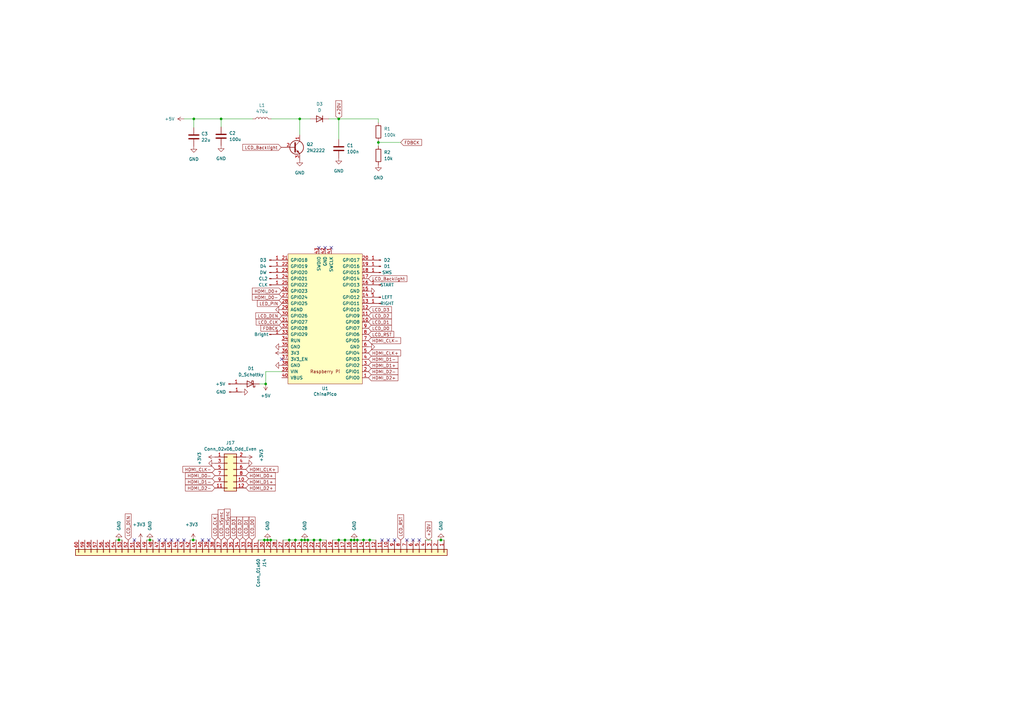
<source format=kicad_sch>
(kicad_sch (version 20231120) (generator "eeschema") (generator_version "8.0")
  (paper "A3")
  (lib_symbols
    (symbol "Connector:Conn_01x01_Pin" (pin_names (offset 1.016) hide)
      (property "Reference" "J" (at 0 2.54 0))
      (property "Value" "Conn_01x01_Pin" (at 0 -2.54 0))
      (symbol "Conn_01x01_Pin_1_1"
        (polyline (pts (xy 1.27 0) (xy 0.8636 0)) (stroke (width 0.1524)))
        (rectangle (start 0.8636 0.127) (end 0 -0.127) (stroke (width 0.1524)) (fill (type outline)))
        (pin passive line (at 5.08 0 180) (length 3.81) (name "Pin_1") (number "1"))
      )
    )
    (symbol "Connector_Generic:Conn_01x60" (pin_names (offset 1.016) hide)
      (property "Reference" "J" (at 0 76.2 0))
      (property "Value" "Conn_01x60" (at 0 -78.74 0))
      (symbol "Conn_01x60_1_1"
        (rectangle (start -1.27 -76.073) (end 0 -76.327) (stroke (width 0.1524)))
        (rectangle (start -1.27 -73.533) (end 0 -73.787) (stroke (width 0.1524)))
        (rectangle (start -1.27 -70.993) (end 0 -71.247) (stroke (width 0.1524)))
        (rectangle (start -1.27 -68.453) (end 0 -68.707) (stroke (width 0.1524)))
        (rectangle (start -1.27 -65.913) (end 0 -66.167) (stroke (width 0.1524)))
        (rectangle (start -1.27 -63.373) (end 0 -63.627) (stroke (width 0.1524)))
        (rectangle (start -1.27 -60.833) (end 0 -61.087) (stroke (width 0.1524)))
        (rectangle (start -1.27 -58.293) (end 0 -58.547) (stroke (width 0.1524)))
        (rectangle (start -1.27 -55.753) (end 0 -56.007) (stroke (width 0.1524)))
        (rectangle (start -1.27 -53.213) (end 0 -53.467) (stroke (width 0.1524)))
        (rectangle (start -1.27 -50.673) (end 0 -50.927) (stroke (width 0.1524)))
        (rectangle (start -1.27 -48.133) (end 0 -48.387) (stroke (width 0.1524)))
        (rectangle (start -1.27 -45.593) (end 0 -45.847) (stroke (width 0.1524)))
        (rectangle (start -1.27 -43.053) (end 0 -43.307) (stroke (width 0.1524)))
        (rectangle (start -1.27 -40.513) (end 0 -40.767) (stroke (width 0.1524)))
        (rectangle (start -1.27 -37.973) (end 0 -38.227) (stroke (width 0.1524)))
        (rectangle (start -1.27 -35.433) (end 0 -35.687) (stroke (width 0.1524)))
        (rectangle (start -1.27 -32.893) (end 0 -33.147) (stroke (width 0.1524)))
        (rectangle (start -1.27 -30.353) (end 0 -30.607) (stroke (width 0.1524)))
        (rectangle (start -1.27 -27.813) (end 0 -28.067) (stroke (width 0.1524)))
        (rectangle (start -1.27 -25.273) (end 0 -25.527) (stroke (width 0.1524)))
        (rectangle (start -1.27 -22.733) (end 0 -22.987) (stroke (width 0.1524)))
        (rectangle (start -1.27 -20.193) (end 0 -20.447) (stroke (width 0.1524)))
        (rectangle (start -1.27 -17.653) (end 0 -17.907) (stroke (width 0.1524)))
        (rectangle (start -1.27 -15.113) (end 0 -15.367) (stroke (width 0.1524)))
        (rectangle (start -1.27 -12.573) (end 0 -12.827) (stroke (width 0.1524)))
        (rectangle (start -1.27 -10.033) (end 0 -10.287) (stroke (width 0.1524)))
        (rectangle (start -1.27 -7.493) (end 0 -7.747) (stroke (width 0.1524)))
        (rectangle (start -1.27 -4.953) (end 0 -5.207) (stroke (width 0.1524)))
        (rectangle (start -1.27 -2.413) (end 0 -2.667) (stroke (width 0.1524)))
        (rectangle (start -1.27 0.127) (end 0 -0.127) (stroke (width 0.1524)))
        (rectangle (start -1.27 2.667) (end 0 2.413) (stroke (width 0.1524)))
        (rectangle (start -1.27 5.207) (end 0 4.953) (stroke (width 0.1524)))
        (rectangle (start -1.27 7.747) (end 0 7.493) (stroke (width 0.1524)))
        (rectangle (start -1.27 10.287) (end 0 10.033) (stroke (width 0.1524)))
        (rectangle (start -1.27 12.827) (end 0 12.573) (stroke (width 0.1524)))
        (rectangle (start -1.27 15.367) (end 0 15.113) (stroke (width 0.1524)))
        (rectangle (start -1.27 17.907) (end 0 17.653) (stroke (width 0.1524)))
        (rectangle (start -1.27 20.447) (end 0 20.193) (stroke (width 0.1524)))
        (rectangle (start -1.27 22.987) (end 0 22.733) (stroke (width 0.1524)))
        (rectangle (start -1.27 25.527) (end 0 25.273) (stroke (width 0.1524)))
        (rectangle (start -1.27 28.067) (end 0 27.813) (stroke (width 0.1524)))
        (rectangle (start -1.27 30.607) (end 0 30.353) (stroke (width 0.1524)))
        (rectangle (start -1.27 33.147) (end 0 32.893) (stroke (width 0.1524)))
        (rectangle (start -1.27 35.687) (end 0 35.433) (stroke (width 0.1524)))
        (rectangle (start -1.27 38.227) (end 0 37.973) (stroke (width 0.1524)))
        (rectangle (start -1.27 40.767) (end 0 40.513) (stroke (width 0.1524)))
        (rectangle (start -1.27 43.307) (end 0 43.053) (stroke (width 0.1524)))
        (rectangle (start -1.27 45.847) (end 0 45.593) (stroke (width 0.1524)))
        (rectangle (start -1.27 48.387) (end 0 48.133) (stroke (width 0.1524)))
        (rectangle (start -1.27 50.927) (end 0 50.673) (stroke (width 0.1524)))
        (rectangle (start -1.27 53.467) (end 0 53.213) (stroke (width 0.1524)))
        (rectangle (start -1.27 56.007) (end 0 55.753) (stroke (width 0.1524)))
        (rectangle (start -1.27 58.547) (end 0 58.293) (stroke (width 0.1524)))
        (rectangle (start -1.27 61.087) (end 0 60.833) (stroke (width 0.1524)))
        (rectangle (start -1.27 63.627) (end 0 63.373) (stroke (width 0.1524)))
        (rectangle (start -1.27 66.167) (end 0 65.913) (stroke (width 0.1524)))
        (rectangle (start -1.27 68.707) (end 0 68.453) (stroke (width 0.1524)))
        (rectangle (start -1.27 71.247) (end 0 70.993) (stroke (width 0.1524)))
        (rectangle (start -1.27 73.787) (end 0 73.533) (stroke (width 0.1524)))
        (rectangle (start -1.27 74.93) (end 1.27 -77.47) (stroke (width 0.254)) (fill (type background)))
        (pin passive line (at -5.08 73.66 0) (length 3.81) (name "Pin_1") (number "1"))
        (pin passive line (at -5.08 50.8 0) (length 3.81) (name "Pin_10") (number "10"))
        (pin passive line (at -5.08 48.26 0) (length 3.81) (name "Pin_11") (number "11"))
        (pin passive line (at -5.08 45.72 0) (length 3.81) (name "Pin_12") (number "12"))
        (pin passive line (at -5.08 43.18 0) (length 3.81) (name "Pin_13") (number "13"))
        (pin passive line (at -5.08 40.64 0) (length 3.81) (name "Pin_14") (number "14"))
        (pin passive line (at -5.08 38.1 0) (length 3.81) (name "Pin_15") (number "15"))
        (pin passive line (at -5.08 35.56 0) (length 3.81) (name "Pin_16") (number "16"))
        (pin passive line (at -5.08 33.02 0) (length 3.81) (name "Pin_17") (number "17"))
        (pin passive line (at -5.08 30.48 0) (length 3.81) (name "Pin_18") (number "18"))
        (pin passive line (at -5.08 27.94 0) (length 3.81) (name "Pin_19") (number "19"))
        (pin passive line (at -5.08 71.12 0) (length 3.81) (name "Pin_2") (number "2"))
        (pin passive line (at -5.08 25.4 0) (length 3.81) (name "Pin_20") (number "20"))
        (pin passive line (at -5.08 22.86 0) (length 3.81) (name "Pin_21") (number "21"))
        (pin passive line (at -5.08 20.32 0) (length 3.81) (name "Pin_22") (number "22"))
        (pin passive line (at -5.08 17.78 0) (length 3.81) (name "Pin_23") (number "23"))
        (pin passive line (at -5.08 15.24 0) (length 3.81) (name "Pin_24") (number "24"))
        (pin passive line (at -5.08 12.7 0) (length 3.81) (name "Pin_25") (number "25"))
        (pin passive line (at -5.08 10.16 0) (length 3.81) (name "Pin_26") (number "26"))
        (pin passive line (at -5.08 7.62 0) (length 3.81) (name "Pin_27") (number "27"))
        (pin passive line (at -5.08 5.08 0) (length 3.81) (name "Pin_28") (number "28"))
        (pin passive line (at -5.08 2.54 0) (length 3.81) (name "Pin_29") (number "29"))
        (pin passive line (at -5.08 68.58 0) (length 3.81) (name "Pin_3") (number "3"))
        (pin passive line (at -5.08 0 0) (length 3.81) (name "Pin_30") (number "30"))
        (pin passive line (at -5.08 -2.54 0) (length 3.81) (name "Pin_31") (number "31"))
        (pin passive line (at -5.08 -5.08 0) (length 3.81) (name "Pin_32") (number "32"))
        (pin passive line (at -5.08 -7.62 0) (length 3.81) (name "Pin_33") (number "33"))
        (pin passive line (at -5.08 -10.16 0) (length 3.81) (name "Pin_34") (number "34"))
        (pin passive line (at -5.08 -12.7 0) (length 3.81) (name "Pin_35") (number "35"))
        (pin passive line (at -5.08 -15.24 0) (length 3.81) (name "Pin_36") (number "36"))
        (pin passive line (at -5.08 -17.78 0) (length 3.81) (name "Pin_37") (number "37"))
        (pin passive line (at -5.08 -20.32 0) (length 3.81) (name "Pin_38") (number "38"))
        (pin passive line (at -5.08 -22.86 0) (length 3.81) (name "Pin_39") (number "39"))
        (pin passive line (at -5.08 66.04 0) (length 3.81) (name "Pin_4") (number "4"))
        (pin passive line (at -5.08 -25.4 0) (length 3.81) (name "Pin_40") (number "40"))
        (pin passive line (at -5.08 -27.94 0) (length 3.81) (name "Pin_41") (number "41"))
        (pin passive line (at -5.08 -30.48 0) (length 3.81) (name "Pin_42") (number "42"))
        (pin passive line (at -5.08 -33.02 0) (length 3.81) (name "Pin_43") (number "43"))
        (pin passive line (at -5.08 -35.56 0) (length 3.81) (name "Pin_44") (number "44"))
        (pin passive line (at -5.08 -38.1 0) (length 3.81) (name "Pin_45") (number "45"))
        (pin passive line (at -5.08 -40.64 0) (length 3.81) (name "Pin_46") (number "46"))
        (pin passive line (at -5.08 -43.18 0) (length 3.81) (name "Pin_47") (number "47"))
        (pin passive line (at -5.08 -45.72 0) (length 3.81) (name "Pin_48") (number "48"))
        (pin passive line (at -5.08 -48.26 0) (length 3.81) (name "Pin_49") (number "49"))
        (pin passive line (at -5.08 63.5 0) (length 3.81) (name "Pin_5") (number "5"))
        (pin passive line (at -5.08 -50.8 0) (length 3.81) (name "Pin_50") (number "50"))
        (pin passive line (at -5.08 -53.34 0) (length 3.81) (name "Pin_51") (number "51"))
        (pin passive line (at -5.08 -55.88 0) (length 3.81) (name "Pin_52") (number "52"))
        (pin passive line (at -5.08 -58.42 0) (length 3.81) (name "Pin_53") (number "53"))
        (pin passive line (at -5.08 -60.96 0) (length 3.81) (name "Pin_54") (number "54"))
        (pin passive line (at -5.08 -63.5 0) (length 3.81) (name "Pin_55") (number "55"))
        (pin passive line (at -5.08 -66.04 0) (length 3.81) (name "Pin_56") (number "56"))
        (pin passive line (at -5.08 -68.58 0) (length 3.81) (name "Pin_57") (number "57"))
        (pin passive line (at -5.08 -71.12 0) (length 3.81) (name "Pin_58") (number "58"))
        (pin passive line (at -5.08 -73.66 0) (length 3.81) (name "Pin_59") (number "59"))
        (pin passive line (at -5.08 60.96 0) (length 3.81) (name "Pin_6") (number "6"))
        (pin passive line (at -5.08 -76.2 0) (length 3.81) (name "Pin_60") (number "60"))
        (pin passive line (at -5.08 58.42 0) (length 3.81) (name "Pin_7") (number "7"))
        (pin passive line (at -5.08 55.88 0) (length 3.81) (name "Pin_8") (number "8"))
        (pin passive line (at -5.08 53.34 0) (length 3.81) (name "Pin_9") (number "9"))
      )
    )
    (symbol "Connector_Generic:Conn_02x06_Odd_Even" (pin_names (offset 1.016) hide)
      (property "Reference" "J" (at 1.27 7.62 0))
      (property "Value" "Conn_02x06_Odd_Even" (at 1.27 -10.16 0))
      (symbol "Conn_02x06_Odd_Even_1_1"
        (rectangle (start -1.27 -7.493) (end 0 -7.747) (stroke (width 0.1524)))
        (rectangle (start -1.27 -4.953) (end 0 -5.207) (stroke (width 0.1524)))
        (rectangle (start -1.27 -2.413) (end 0 -2.667) (stroke (width 0.1524)))
        (rectangle (start -1.27 0.127) (end 0 -0.127) (stroke (width 0.1524)))
        (rectangle (start -1.27 2.667) (end 0 2.413) (stroke (width 0.1524)))
        (rectangle (start -1.27 5.207) (end 0 4.953) (stroke (width 0.1524)))
        (rectangle (start -1.27 6.35) (end 3.81 -8.89) (stroke (width 0.254)) (fill (type background)))
        (rectangle (start 3.81 -7.493) (end 2.54 -7.747) (stroke (width 0.1524)))
        (rectangle (start 3.81 -4.953) (end 2.54 -5.207) (stroke (width 0.1524)))
        (rectangle (start 3.81 -2.413) (end 2.54 -2.667) (stroke (width 0.1524)))
        (rectangle (start 3.81 0.127) (end 2.54 -0.127) (stroke (width 0.1524)))
        (rectangle (start 3.81 2.667) (end 2.54 2.413) (stroke (width 0.1524)))
        (rectangle (start 3.81 5.207) (end 2.54 4.953) (stroke (width 0.1524)))
        (pin passive line (at -5.08 5.08 0) (length 3.81) (name "Pin_1") (number "1"))
        (pin passive line (at 7.62 -5.08 180) (length 3.81) (name "Pin_10") (number "10"))
        (pin passive line (at -5.08 -7.62 0) (length 3.81) (name "Pin_11") (number "11"))
        (pin passive line (at 7.62 -7.62 180) (length 3.81) (name "Pin_12") (number "12"))
        (pin passive line (at 7.62 5.08 180) (length 3.81) (name "Pin_2") (number "2"))
        (pin passive line (at -5.08 2.54 0) (length 3.81) (name "Pin_3") (number "3"))
        (pin passive line (at 7.62 2.54 180) (length 3.81) (name "Pin_4") (number "4"))
        (pin passive line (at -5.08 0 0) (length 3.81) (name "Pin_5") (number "5"))
        (pin passive line (at 7.62 0 180) (length 3.81) (name "Pin_6") (number "6"))
        (pin passive line (at -5.08 -2.54 0) (length 3.81) (name "Pin_7") (number "7"))
        (pin passive line (at 7.62 -2.54 180) (length 3.81) (name "Pin_8") (number "8"))
        (pin passive line (at -5.08 -5.08 0) (length 3.81) (name "Pin_9") (number "9"))
      )
    )
    (symbol "Device:C" (pin_numbers hide) (pin_names (offset 0.254))
      (property "Reference" "C" (at 0.635 2.54 0))
      (property "Value" "C" (at 0.635 -2.54 0))
      (symbol "C_0_1"
        (polyline (pts (xy -2.032 -0.762) (xy 2.032 -0.762)) (stroke (width 0.508)))
        (polyline (pts (xy -2.032 0.762) (xy 2.032 0.762)) (stroke (width 0.508)))
      )
      (symbol "C_1_1"
        (pin passive line (at 0 3.81 270) (length 2.794) (name "~") (number "1"))
        (pin passive line (at 0 -3.81 90) (length 2.794) (name "~") (number "2"))
      )
    )
    (symbol "Device:D" (pin_numbers hide) (pin_names (offset 1.016) hide)
      (property "Reference" "D" (at 0 2.54 0))
      (property "Value" "D" (at 0 -2.54 0))
      (symbol "D_0_1"
        (polyline (pts (xy -1.27 1.27) (xy -1.27 -1.27)) (stroke (width 0.254)))
        (polyline (pts (xy 1.27 0) (xy -1.27 0)))
        (polyline (pts (xy 1.27 1.27) (xy 1.27 -1.27) (xy -1.27 0) (xy 1.27 1.27)) (stroke (width 0.254)))
      )
      (symbol "D_1_1"
        (pin passive line (at -3.81 0 0) (length 2.54) (name "K") (number "1"))
        (pin passive line (at 3.81 0 180) (length 2.54) (name "A") (number "2"))
      )
    )
    (symbol "Device:D_Schottky" (pin_numbers hide) (pin_names (offset 1.016) hide)
      (property "Reference" "D" (at 0 2.54 0))
      (property "Value" "D_Schottky" (at 0 -2.54 0))
      (symbol "D_Schottky_0_1"
        (polyline (pts (xy 1.27 0) (xy -1.27 0)))
        (polyline (pts (xy 1.27 1.27) (xy 1.27 -1.27) (xy -1.27 0) (xy 1.27 1.27)) (stroke (width 0.254)))
        (polyline (pts (xy -1.905 0.635) (xy -1.905 1.27) (xy -1.27 1.27) (xy -1.27 -1.27) (xy -0.635 -1.27) (xy -0.635 -0.635)) (stroke (width 0.254)))
      )
      (symbol "D_Schottky_1_1"
        (pin passive line (at -3.81 0 0) (length 2.54) (name "K") (number "1"))
        (pin passive line (at 3.81 0 180) (length 2.54) (name "A") (number "2"))
      )
    )
    (symbol "Device:L" (pin_numbers hide) (pin_names (offset 1.016) hide)
      (property "Reference" "L" (at -1.27 0 90))
      (property "Value" "L" (at 1.905 0 90))
      (symbol "L_0_1"
        (arc (start 0 -2.54) (mid 0.6323 -1.905) (end 0 -1.27))
        (arc (start 0 -1.27) (mid 0.6323 -0.635) (end 0 0))
        (arc (start 0 0) (mid 0.6323 0.635) (end 0 1.27))
        (arc (start 0 1.27) (mid 0.6323 1.905) (end 0 2.54))
      )
      (symbol "L_1_1"
        (pin passive line (at 0 3.81 270) (length 1.27) (name "1") (number "1"))
        (pin passive line (at 0 -3.81 90) (length 1.27) (name "2") (number "2"))
      )
    )
    (symbol "Device:Q_NPN_CBE" (pin_names (offset 0) hide)
      (property "Reference" "Q" (at 5.08 1.27 0))
      (property "Value" "Q_NPN_CBE" (at 5.08 -1.27 0))
      (symbol "Q_NPN_CBE_0_1"
        (polyline (pts (xy 0.635 0.635) (xy 2.54 2.54)))
        (polyline (pts (xy 0.635 -0.635) (xy 2.54 -2.54) (xy 2.54 -2.54)))
        (polyline (pts (xy 0.635 1.905) (xy 0.635 -1.905) (xy 0.635 -1.905)) (stroke (width 0.508)))
        (polyline (pts (xy 1.27 -1.778) (xy 1.778 -1.27) (xy 2.286 -2.286) (xy 1.27 -1.778) (xy 1.27 -1.778)) (fill (type outline)))
        (circle (center 1.27 0) (radius 2.8194) (stroke (width 0.254)))
      )
      (symbol "Q_NPN_CBE_1_1"
        (pin passive line (at 2.54 5.08 270) (length 2.54) (name "C") (number "1"))
        (pin input line (at -5.08 0 0) (length 5.715) (name "B") (number "2"))
        (pin passive line (at 2.54 -5.08 90) (length 2.54) (name "E") (number "3"))
      )
    )
    (symbol "Device:R" (pin_numbers hide) (pin_names (offset 0))
      (property "Reference" "R" (at 2.032 0 90))
      (property "Value" "R" (at 0 0 90))
      (symbol "R_0_1"
        (rectangle (start -1.016 -2.54) (end 1.016 2.54) (stroke (width 0.254)))
      )
      (symbol "R_1_1"
        (pin passive line (at 0 3.81 270) (length 1.27) (name "~") (number "1"))
        (pin passive line (at 0 -3.81 90) (length 1.27) (name "~") (number "2"))
      )
    )
    (symbol "GND_2" (power) (pin_names (offset 0))
      (property "Value" "GND_2" (at 0 -3.81 0))
      (symbol "GND_2_0_1"
        (polyline (pts (xy 0 0) (xy 0 -1.27) (xy 1.27 -1.27) (xy 0 -2.54) (xy -1.27 -1.27) (xy 0 -1.27)))
      )
      (symbol "GND_2_1_1"
        (pin power_in line (at 0 0 270) (length 0) hide (name "GND") (number "1"))
      )
    )
    (symbol "MCU_RaspberryPi_and_Boards:ChinaPico" (pin_names (offset 1.016))
      (property "Reference" "U" (at 12.7 33.02 0))
      (property "Value" "MCU_RaspberryPi_and_Boards_ChinaPico" (at -10.16 33.02 0))
      (symbol "ChinaPico_1_1"
        (rectangle (start -15.24 29.21) (end 15.24 -24.13) (fill (type background)))
        (text "Raspberry Pi" (at 0 24.13 0) (effects (font (size 1.27 1.27))))
        (pin bidirectional line (at -17.78 26.67 0) (length 2.54) (name "GPIO0") (number "1"))
        (pin bidirectional line (at -17.78 3.81 0) (length 2.54) (name "GPIO8") (number "10"))
        (pin bidirectional line (at -17.78 1.27 0) (length 2.54) (name "GPIO9") (number "11"))
        (pin bidirectional line (at -17.78 -1.27 0) (length 2.54) (name "GPIO10") (number "12"))
        (pin bidirectional line (at -17.78 -3.81 0) (length 2.54) (name "GPIO11") (number "13"))
        (pin bidirectional line (at -17.78 -6.35 0) (length 2.54) (name "GPIO12") (number "14"))
        (pin power_in line (at -17.78 -8.89 0) (length 2.54) (name "GND") (number "15"))
        (pin bidirectional line (at -17.78 -11.43 0) (length 2.54) (name "GPIO13") (number "16"))
        (pin bidirectional line (at -17.78 -13.97 0) (length 2.54) (name "GPIO14") (number "17"))
        (pin bidirectional line (at -17.78 -16.51 0) (length 2.54) (name "GPIO15") (number "18"))
        (pin bidirectional line (at -17.78 -19.05 0) (length 2.54) (name "GPIO16") (number "19"))
        (pin bidirectional line (at -17.78 24.13 0) (length 2.54) (name "GPIO1") (number "2"))
        (pin bidirectional line (at -17.78 -21.59 0) (length 2.54) (name "GPIO17") (number "20"))
        (pin bidirectional line (at 17.78 -21.59 180) (length 2.54) (name "GPIO18") (number "21"))
        (pin bidirectional line (at 17.78 -19.05 180) (length 2.54) (name "GPIO19") (number "22"))
        (pin bidirectional line (at 17.78 -16.51 180) (length 2.54) (name "GPIO20") (number "23"))
        (pin bidirectional line (at 17.78 -13.97 180) (length 2.54) (name "GPIO21") (number "24"))
        (pin bidirectional line (at 17.78 -11.43 180) (length 2.54) (name "GPIO22") (number "25"))
        (pin bidirectional line (at 17.78 -8.89 180) (length 2.54) (name "GPIO23") (number "26"))
        (pin bidirectional line (at 17.78 -6.35 180) (length 2.54) (name "GPIO24") (number "27"))
        (pin bidirectional line (at 17.78 -3.81 180) (length 2.54) (name "GPIO25") (number "28"))
        (pin power_in line (at 17.78 -1.27 180) (length 2.54) (name "AGND") (number "29"))
        (pin bidirectional line (at -17.78 21.59 0) (length 2.54) (name "GPIO2") (number "3"))
        (pin bidirectional line (at 17.78 1.27 180) (length 2.54) (name "GPIO26") (number "30"))
        (pin bidirectional line (at 17.78 3.81 180) (length 2.54) (name "GPIO27") (number "31"))
        (pin bidirectional line (at 17.78 6.35 180) (length 2.54) (name "GPIO28") (number "32"))
        (pin bidirectional line (at 17.78 8.89 180) (length 2.54) (name "GPIO29") (number "33"))
        (pin input line (at 17.78 11.43 180) (length 2.54) (name "RUN") (number "34"))
        (pin power_in line (at 17.78 13.97 180) (length 2.54) (name "GND") (number "35"))
        (pin unspecified line (at 17.78 16.51 180) (length 2.54) (name "3V3") (number "36"))
        (pin input line (at 17.78 19.05 180) (length 2.54) (name "3V3_EN") (number "37"))
        (pin power_in line (at 17.78 21.59 180) (length 2.54) (name "GND") (number "38"))
        (pin power_in line (at 17.78 24.13 180) (length 2.54) (name "VIN") (number "39"))
        (pin bidirectional line (at -17.78 19.05 0) (length 2.54) (name "GPIO3") (number "4"))
        (pin unspecified line (at 17.78 26.67 180) (length 2.54) (name "VBUS") (number "40"))
        (pin input line (at -2.54 -26.67 90) (length 2.54) (name "SWCLK") (number "41"))
        (pin power_in line (at 0 -26.67 90) (length 2.54) (name "GND") (number "42"))
        (pin bidirectional line (at 2.54 -26.67 90) (length 2.54) (name "SWDIO") (number "43"))
        (pin bidirectional line (at -17.78 16.51 0) (length 2.54) (name "GPIO4") (number "5"))
        (pin power_in line (at -17.78 13.97 0) (length 2.54) (name "GND") (number "6"))
        (pin bidirectional line (at -17.78 11.43 0) (length 2.54) (name "GPIO5") (number "7"))
        (pin bidirectional line (at -17.78 8.89 0) (length 2.54) (name "GPIO6") (number "8"))
        (pin bidirectional line (at -17.78 6.35 0) (length 2.54) (name "GPIO7") (number "9"))
      )
    )
    (symbol "power:+3.3V" (power) (pin_names (offset 0))
      (property "Value" "+3.3V" (at 0 3.556 0))
      (symbol "+3.3V_0_1"
        (polyline (pts (xy -0.762 1.27) (xy 0 2.54)))
        (polyline (pts (xy 0 0) (xy 0 2.54)))
        (polyline (pts (xy 0 2.54) (xy 0.762 1.27)))
      )
      (symbol "+3.3V_1_1"
        (pin power_in line (at 0 0 90) (length 0) hide (name "+3V3") (number "1"))
      )
    )
    (symbol "power:+5V" (power) (pin_names (offset 0))
      (property "Value" "+5V" (at 0 3.556 0))
      (symbol "+5V_0_1"
        (polyline (pts (xy -0.762 1.27) (xy 0 2.54)))
        (polyline (pts (xy 0 0) (xy 0 2.54)))
        (polyline (pts (xy 0 2.54) (xy 0.762 1.27)))
      )
      (symbol "+5V_1_1"
        (pin power_in line (at 0 0 90) (length 0) hide (name "+5V") (number "1"))
      )
    )
    (symbol "power:GND" (power) (pin_names (offset 0))
      (property "Value" "GND" (at 0 -3.81 0))
      (symbol "GND_0_1"
        (polyline (pts (xy 0 0) (xy 0 -1.27) (xy 1.27 -1.27) (xy 0 -2.54) (xy -1.27 -1.27) (xy 0 -1.27)))
      )
      (symbol "GND_1_1"
        (pin power_in line (at 0 0 270) (length 0) hide (name "GND") (number "1"))
      )
    )
  )
  (junction (at 109.728 221.488))
  (junction (at 146.558 221.488))
  (junction (at 61.468 221.488))
  (junction (at 90.678 48.768))
  (junction (at 121.158 221.488))
  (junction (at 149.098 221.488))
  (junction (at 145.288 221.488))
  (junction (at 122.936 48.768))
  (junction (at 79.502 48.768))
  (junction (at 126.238 221.488))
  (junction (at 79.248 221.488))
  (junction (at 108.966 157.48))
  (junction (at 128.778 221.488))
  (junction (at 131.318 221.488))
  (junction (at 108.458 221.488))
  (junction (at 110.998 221.488))
  (junction (at 138.938 48.768))
  (junction (at 151.638 221.488))
  (junction (at 118.618 221.488))
  (junction (at 144.018 221.488))
  (junction (at 124.968 221.488))
  (junction (at 48.768 221.488))
  (junction (at 141.478 221.488))
  (junction (at 123.698 221.488))
  (junction (at 155.194 58.42))
  (junction (at 180.848 221.488))
  (junction (at 138.938 221.488))
  (no_connect (at 169.418 221.488))
  (no_connect (at 161.798 221.488))
  (no_connect (at 65.278 221.488))
  (no_connect (at 135.89 101.6))
  (no_connect (at 166.878 221.488))
  (no_connect (at 75.438 221.488))
  (no_connect (at 70.358 221.488))
  (no_connect (at 72.898 221.488))
  (no_connect (at 83.058 221.488))
  (no_connect (at 156.718 221.488))
  (no_connect (at 130.81 101.6))
  (no_connect (at 133.35 101.6))
  (no_connect (at 55.118 221.488))
  (no_connect (at 159.258 221.488))
  (no_connect (at 171.958 221.488))
  (no_connect (at 67.818 221.488))
  (no_connect (at 85.598 221.488))
  (no_connect (at 115.57 147.32))
  (wire (pts (xy 149.098 221.488) (xy 146.558 221.488)))
  (wire (pts (xy 108.458 221.488) (xy 105.918 221.488)))
  (wire (pts (xy 138.938 221.488) (xy 136.398 221.488)))
  (wire (pts (xy 151.638 221.488) (xy 149.098 221.488)))
  (wire (pts (xy 118.618 221.488) (xy 116.078 221.488)))
  (wire (pts (xy 110.998 221.488) (xy 109.728 221.488)))
  (wire (pts (xy 155.194 48.768) (xy 138.938 48.768)))
  (wire (pts (xy 108.966 157.48) (xy 108.966 152.4)))
  (wire (pts (xy 108.966 152.4) (xy 115.57 152.4)))
  (wire (pts (xy 79.502 48.768) (xy 79.502 52.324)))
  (wire (pts (xy 123.698 221.488) (xy 121.158 221.488)))
  (wire (pts (xy 128.778 221.488) (xy 126.238 221.488)))
  (wire (pts (xy 61.468 221.488) (xy 60.198 221.488)))
  (wire (pts (xy 50.038 221.488) (xy 48.768 221.488)))
  (wire (pts (xy 75.438 48.768) (xy 79.502 48.768)))
  (wire (pts (xy 154.178 221.488) (xy 151.638 221.488)))
  (wire (pts (xy 122.936 48.768) (xy 127.254 48.768)))
  (wire (pts (xy 180.848 221.488) (xy 179.578 221.488)))
  (wire (pts (xy 126.238 221.488) (xy 124.968 221.488)))
  (wire (pts (xy 131.318 221.488) (xy 128.778 221.488)))
  (wire (pts (xy 177.038 221.488) (xy 174.498 221.488)))
  (wire (pts (xy 138.938 48.768) (xy 138.938 57.15)))
  (wire (pts (xy 90.678 48.768) (xy 103.632 48.768)))
  (wire (pts (xy 122.936 48.768) (xy 122.936 55.372)))
  (wire (pts (xy 113.538 221.488) (xy 110.998 221.488)))
  (wire (pts (xy 79.502 48.768) (xy 90.678 48.768)))
  (wire (pts (xy 62.738 221.488) (xy 61.468 221.488)))
  (wire (pts (xy 124.968 221.488) (xy 123.698 221.488)))
  (wire (pts (xy 145.288 221.488) (xy 144.018 221.488)))
  (wire (pts (xy 109.728 221.488) (xy 108.458 221.488)))
  (wire (pts (xy 111.252 48.768) (xy 122.936 48.768)))
  (wire (pts (xy 134.874 48.768) (xy 138.938 48.768)))
  (wire (pts (xy 90.678 52.07) (xy 90.678 48.768)))
  (wire (pts (xy 155.194 57.912) (xy 155.194 58.42)))
  (wire (pts (xy 155.194 58.42) (xy 164.338 58.42)))
  (wire (pts (xy 146.558 221.488) (xy 145.288 221.488)))
  (wire (pts (xy 155.194 50.292) (xy 155.194 48.768)))
  (wire (pts (xy 144.018 221.488) (xy 141.478 221.488)))
  (wire (pts (xy 121.158 221.488) (xy 118.618 221.488)))
  (wire (pts (xy 155.194 58.42) (xy 155.194 59.944)))
  (wire (pts (xy 80.518 221.488) (xy 79.248 221.488)))
  (wire (pts (xy 79.248 221.488) (xy 77.978 221.488)))
  (wire (pts (xy 182.118 221.488) (xy 180.848 221.488)))
  (wire (pts (xy 133.858 221.488) (xy 131.318 221.488)))
  (wire (pts (xy 141.478 221.488) (xy 138.938 221.488)))
  (wire (pts (xy 48.768 221.488) (xy 47.498 221.488)))
  (wire (pts (xy 106.426 157.48) (xy 108.966 157.48)))
  (global_label "HDMI_D1+" (shape input) (at 151.13 149.86 0) (property "Intersheetrefs" "${INTERSHEET_REFS}" (effects (hide yes))))
  (global_label "HDMI_D0+" (shape input) (at 115.57 119.38 180) (property "Intersheetrefs" "${INTERSHEET_REFS}" (effects (hide yes))))
  (global_label "LCD_D2" (shape input) (at 151.13 129.54 0) (property "Intersheetrefs" "${INTERSHEET_REFS}" (effects (hide yes))))
  (global_label "LCD_DEN" (shape input) (at 115.57 129.54 180) (property "Intersheetrefs" "${INTERSHEET_REFS}" (effects (hide yes))))
  (global_label "LCD_D0" (shape input) (at 151.13 134.62 0) (property "Intersheetrefs" "${INTERSHEET_REFS}" (effects (hide yes))))
  (global_label "HDMI_D2-" (shape input) (at 151.13 152.4 0) (property "Intersheetrefs" "${INTERSHEET_REFS}" (effects (hide yes))))
  (global_label "HDMI_CLK+" (shape input) (at 100.838 192.532 0) (property "Intersheetrefs" "${INTERSHEET_REFS}" (effects (hide yes))))
  (global_label "LCD_D2" (shape input) (at 98.298 221.488 90) (property "Intersheetrefs" "${INTERSHEET_REFS}" (effects (hide yes))))
  (global_label "HDMI_D2-" (shape input) (at 88.138 200.152 180) (property "Intersheetrefs" "${INTERSHEET_REFS}" (effects (hide yes))))
  (global_label "LCD_Backlight" (shape input) (at 151.13 114.3 0) (property "Intersheetrefs" "${INTERSHEET_REFS}" (effects (hide yes))))
  (global_label "LCD_D3" (shape input) (at 95.758 221.488 90) (property "Intersheetrefs" "${INTERSHEET_REFS}" (effects (hide yes))))
  (global_label "FDBCK" (shape input) (at 115.57 134.62 180) (property "Intersheetrefs" "${INTERSHEET_REFS}" (effects (hide yes))))
  (global_label "HDMI_D2+" (shape input) (at 151.13 154.94 0) (property "Intersheetrefs" "${INTERSHEET_REFS}" (effects (hide yes))))
  (global_label "LCD_DEN" (shape input) (at 52.578 221.488 90) (property "Intersheetrefs" "${INTERSHEET_REFS}" (effects (hide yes))))
  (global_label "LCD_D0" (shape input) (at 103.378 221.488 90) (property "Intersheetrefs" "${INTERSHEET_REFS}" (effects (hide yes))))
  (global_label "HDMI_CLK-" (shape input) (at 151.13 139.7 0) (property "Intersheetrefs" "${INTERSHEET_REFS}" (effects (hide yes))))
  (global_label "HDMI_D0-" (shape input) (at 88.138 195.072 180) (property "Intersheetrefs" "${INTERSHEET_REFS}" (effects (hide yes))))
  (global_label "LCD_D1" (shape input) (at 151.13 132.08 0) (property "Intersheetrefs" "${INTERSHEET_REFS}" (effects (hide yes))))
  (global_label "LCD_D3" (shape input) (at 151.13 127 0) (property "Intersheetrefs" "${INTERSHEET_REFS}" (effects (hide yes))))
  (global_label "LCD_RST" (shape input) (at 151.13 137.16 0) (property "Intersheetrefs" "${INTERSHEET_REFS}" (effects (hide yes))))
  (global_label "LED_PIN" (shape input) (at 115.57 124.46 180) (property "Intersheetrefs" "${INTERSHEET_REFS}" (effects (hide yes))))
  (global_label "LCD_CLK" (shape input) (at 115.57 132.08 180) (property "Intersheetrefs" "${INTERSHEET_REFS}" (effects (hide yes))))
  (global_label "LCD_D1" (shape input) (at 100.838 221.488 90) (property "Intersheetrefs" "${INTERSHEET_REFS}" (effects (hide yes))))
  (global_label "HDMI_D2+" (shape input) (at 100.838 200.152 0) (property "Intersheetrefs" "${INTERSHEET_REFS}" (effects (hide yes))))
  (global_label "HDMI_D1-" (shape input) (at 151.13 147.32 0) (property "Intersheetrefs" "${INTERSHEET_REFS}" (effects (hide yes))))
  (global_label "HDMI_D0-" (shape input) (at 115.57 121.92 180) (property "Intersheetrefs" "${INTERSHEET_REFS}" (effects (hide yes))))
  (global_label "HDMI_D1-" (shape input) (at 88.138 197.612 180) (property "Intersheetrefs" "${INTERSHEET_REFS}" (effects (hide yes))))
  (global_label "LCD_CLK" (shape input) (at 88.138 221.488 90) (property "Intersheetrefs" "${INTERSHEET_REFS}" (effects (hide yes))))
  (global_label "FDBCK" (shape input) (at 164.338 58.42 0) (property "Intersheetrefs" "${INTERSHEET_REFS}" (effects (hide yes))))
  (global_label "HDMI_CLK-" (shape input) (at 88.138 192.532 180) (property "Intersheetrefs" "${INTERSHEET_REFS}" (effects (hide yes))))
  (global_label "LCD_HSync" (shape input) (at 93.218 221.488 90) (property "Intersheetrefs" "${INTERSHEET_REFS}" (effects (hide yes))))
  (global_label "LCD_RST" (shape input) (at 164.338 221.488 90) (property "Intersheetrefs" "${INTERSHEET_REFS}" (effects (hide yes))))
  (global_label "LCD_VSync" (shape input) (at 90.678 221.488 90) (property "Intersheetrefs" "${INTERSHEET_REFS}" (effects (hide yes))))
  (global_label "LCD_Backlight" (shape input) (at 115.316 60.452 180) (property "Intersheetrefs" "${INTERSHEET_REFS}" (effects (hide yes))))
  (global_label "HDMI_D1+" (shape input) (at 100.838 197.612 0) (property "Intersheetrefs" "${INTERSHEET_REFS}" (effects (hide yes))))
  (global_label "+20V" (shape input) (at 175.768 221.488 90) (property "Intersheetrefs" "${INTERSHEET_REFS}" (effects (hide yes))))
  (global_label "HDMI_D0+" (shape input) (at 100.838 195.072 0) (property "Intersheetrefs" "${INTERSHEET_REFS}" (effects (hide yes))))
  (global_label "+20V" (shape input) (at 138.938 48.768 90) (property "Intersheetrefs" "${INTERSHEET_REFS}" (effects (hide yes))))
  (global_label "HDMI_CLK+" (shape input) (at 151.13 144.78 0) (property "Intersheetrefs" "${INTERSHEET_REFS}" (effects (hide yes))))
  (symbol (lib_id "MCU_RaspberryPi_and_Boards:ChinaPico") (at 133.35 128.27 180) (unit 1)
    (property "Reference" "U1" (at 133.35 159.3342 0))
    (property "Value" "ChinaPico" (at 133.35 161.6456 0))
    (property "Footprint" "MCU_RaspberryPi_and_Boards:RPi_Pico_SMD_TH" (effects (hide yes)))
  )
  (symbol (lib_id "power:GND") (at 151.13 142.24 90) (unit 1)
    (property "Reference" "#PWR0104" (effects (hide yes)))
    (property "Value" "GND" (effects (hide yes)))
  )
  (symbol (lib_id "power:GND") (at 151.13 119.38 90) (unit 1)
    (property "Reference" "#PWR0105" (effects (hide yes)))
    (property "Value" "GND" (effects (hide yes)))
  )
  (symbol (lib_id "power:GND") (at 115.57 127 270) (unit 1)
    (property "Reference" "#PWR0106" (effects (hide yes)))
    (property "Value" "GND" (effects (hide yes)))
  )
  (symbol (lib_id "power:GND") (at 115.57 149.86 270) (unit 1)
    (property "Reference" "#PWR0107" (effects (hide yes)))
    (property "Value" "GND" (effects (hide yes)))
  )
  (symbol (lib_id "power:GND") (at 115.57 142.24 270) (unit 1)
    (property "Reference" "#PWR0111" (effects (hide yes)))
    (property "Value" "GND" (effects (hide yes)))
  )
  (symbol (lib_id "power:GND") (at 180.848 221.488 180) (unit 1)
    (property "Reference" "#PWR023" (effects (hide yes)))
    (property "Value" "GND" (at 180.8481 217.678 90) (effects (justify right)))
  )
  (symbol (lib_name "GND_2") (lib_id "power:GND") (at 61.468 221.488 180) (unit 1)
    (property "Reference" "#PWR07" (effects (hide yes)))
    (property "Value" "GND" (at 61.468 217.678 90) (effects (justify right)))
  )
  (symbol (lib_id "power:GND") (at 122.936 65.532 0) (unit 1)
    (property "Reference" "#PWR015" (effects (hide yes)))
    (property "Value" "GND" (at 122.936 70.866 0))
  )
  (symbol (lib_id "Device:R") (at 155.194 54.102 0) (unit 1)
    (property "Reference" "R1" (at 157.48 52.8319 0) (effects (justify left)))
    (property "Value" "100k" (at 157.48 55.3719 0) (effects (justify left)))
    (property "Footprint" "Resistor_SMD:R_0805_2012Metric" (effects (hide yes)))
    (property "Description" "Resistor" (effects (hide yes)))
  )
  (symbol (lib_id "power:GND") (at 138.938 64.77 0) (unit 1)
    (property "Reference" "#PWR011" (effects (hide yes)))
    (property "Value" "GND" (at 138.938 70.104 0))
  )
  (symbol (lib_id "power:GND") (at 79.502 59.944 0) (unit 1)
    (property "Reference" "#PWR022" (effects (hide yes)))
    (property "Value" "GND" (at 79.502 65.278 0))
  )
  (symbol (lib_id "Device:R") (at 155.194 63.754 0) (unit 1)
    (property "Reference" "R2" (at 157.48 62.4839 0) (effects (justify left)))
    (property "Value" "10k" (at 157.48 65.0239 0) (effects (justify left)))
    (property "Footprint" "Resistor_SMD:R_0805_2012Metric" (effects (hide yes)))
    (property "Description" "Resistor" (effects (hide yes)))
  )
  (symbol (lib_id "Connector_Generic:Conn_02x06_Odd_Even") (at 93.218 192.532 0) (unit 1)
    (property "Reference" "J17" (at 94.488 181.61 0))
    (property "Value" "Conn_02x06_Odd_Even" (at 94.488 184.15 0))
    (property "Footprint" "Connector_PinSocket_2.54mm:PinSocket_2x06_P2.54mm_Horizontal" (effects (hide yes)))
  )
  (symbol (lib_id "Device:C") (at 79.502 56.134 0) (unit 1)
    (property "Reference" "C3" (at 82.55 54.8639 0) (effects (justify left)))
    (property "Value" "22u" (at 82.55 57.4039 0) (effects (justify left)))
    (property "Footprint" "Capacitor_SMD:C_0805_2012Metric" (effects (hide yes)))
    (property "Description" "Unpolarized capacitor" (effects (hide yes)))
  )
  (symbol (lib_id "power:+3.3V") (at 79.248 221.488 0) (unit 1)
    (property "Reference" "#PWR06" (effects (hide yes)))
    (property "Value" "+3V3" (at 78.613 215.138 0))
  )
  (symbol (lib_id "Device:C") (at 90.678 55.88 0) (unit 1)
    (property "Reference" "C2" (at 93.98 54.6099 0) (effects (justify left)))
    (property "Value" "100u" (at 93.98 57.1499 0) (effects (justify left)))
    (property "Footprint" "Capacitor_SMD:C_0805_2012Metric" (effects (hide yes)))
    (property "Description" "Unpolarized capacitor" (effects (hide yes)))
  )
  (symbol (lib_id "power:GND") (at 99.06 160.782 90) (unit 1)
    (property "Reference" "#PWR014" (effects (hide yes)))
    (property "Value" "GND" (effects (hide yes)))
  )
  (symbol (lib_name "GND_2") (lib_id "power:GND") (at 124.968 221.488 180) (unit 1)
    (property "Reference" "#PWR04" (effects (hide yes)))
    (property "Value" "GND" (at 124.968 217.678 90) (effects (justify right)))
  )
  (symbol (lib_id "Connector:Conn_01x01_Pin") (at 156.21 106.68 180) (unit 1)
    (property "Reference" "J3" (effects (hide yes)))
    (property "Value" "D2" (at 158.75 106.68 0))
    (property "Footprint" "TestPoint:TestPoint_Pad_2.0x2.0mm" (effects (hide yes)))
  )
  (symbol (lib_id "Connector:Conn_01x01_Pin") (at 110.49 137.16 0) (unit 1)
    (property "Reference" "J1" (effects (hide yes)))
    (property "Value" "Bright" (at 107.188 137.16 0))
    (property "Footprint" "TestPoint:TestPoint_Pad_2.0x2.0mm" (effects (hide yes)))
  )
  (symbol (lib_id "power:GND") (at 90.678 59.69 0) (unit 1)
    (property "Reference" "#PWR021" (effects (hide yes)))
    (property "Value" "GND" (at 90.678 65.024 0))
  )
  (symbol (lib_name "GND_2") (lib_id "power:GND") (at 145.288 221.488 180) (unit 1)
    (property "Reference" "#PWR03" (effects (hide yes)))
    (property "Value" "GND" (at 145.288 217.678 90) (effects (justify right)))
  )
  (symbol (lib_id "Connector:Conn_01x01_Pin") (at 93.726 157.48 0) (unit 1)
    (property "Reference" "J15" (effects (hide yes)))
    (property "Value" "+5V" (at 90.424 157.48 0))
    (property "Footprint" "TestPoint:TestPoint_Pad_2.0x2.0mm" (effects (hide yes)))
  )
  (symbol (lib_id "power:GND") (at 88.138 189.992 270) (unit 1)
    (property "Reference" "#PWR018" (effects (hide yes)))
    (property "Value" "GND" (effects (hide yes)))
  )
  (symbol (lib_id "Connector:Conn_01x01_Pin") (at 156.21 124.46 180) (unit 1)
    (property "Reference" "J11" (effects (hide yes)))
    (property "Value" "RIGHT" (at 158.75 124.46 0))
    (property "Footprint" "TestPoint:TestPoint_Pad_2.0x2.0mm" (effects (hide yes)))
  )
  (symbol (lib_id "Connector:Conn_01x01_Pin") (at 156.21 121.92 180) (unit 1)
    (property "Reference" "J10" (effects (hide yes)))
    (property "Value" "LEFT" (at 158.75 121.92 0))
    (property "Footprint" "TestPoint:TestPoint_Pad_2.0x2.0mm" (effects (hide yes)))
  )
  (symbol (lib_id "power:GND") (at 100.838 189.992 90) (unit 1)
    (property "Reference" "#PWR016" (effects (hide yes)))
    (property "Value" "GND" (effects (hide yes)))
  )
  (symbol (lib_id "power:+3.3V") (at 115.57 144.78 90) (unit 1)
    (property "Reference" "#PWR013" (effects (hide yes)))
    (property "Value" "+3V3" (effects (hide yes)))
  )
  (symbol (lib_id "Device:L") (at 107.442 48.768 90) (unit 1)
    (property "Reference" "L1" (at 107.442 43.18 90))
    (property "Value" "470u" (at 107.442 45.72 90))
    (property "Footprint" "Inductor_THT:L_Axial_L5.3mm_D2.2mm_P7.62mm_Horizontal_Vishay_IM-1" (effects (hide yes)))
    (property "Description" "Inductor" (effects (hide yes)))
  )
  (symbol (lib_name "GND_2") (lib_id "power:GND") (at 109.728 221.488 180) (unit 1)
    (property "Reference" "#PWR05" (effects (hide yes)))
    (property "Value" "GND" (at 109.728 217.678 90) (effects (justify right)))
  )
  (symbol (lib_id "Connector:Conn_01x01_Pin") (at 156.21 111.76 180) (unit 1)
    (property "Reference" "J9" (effects (hide yes)))
    (property "Value" "SMS" (at 158.75 111.76 0))
    (property "Footprint" "TestPoint:TestPoint_Pad_2.0x2.0mm" (effects (hide yes)))
  )
  (symbol (lib_id "Device:Q_NPN_CBE") (at 120.396 60.452 0) (unit 1)
    (property "Reference" "Q2" (at 125.73 59.1819 0) (effects (justify left)))
    (property "Value" "2N2222" (at 125.73 61.7219 0) (effects (justify left)))
    (property "Footprint" "Package_TO_SOT_THT:TO-92" (effects (hide yes)))
    (property "Description" "NPN transistor, collector/base/emitter" (effects (hide yes)))
  )
  (symbol (lib_id "power:+3.3V") (at 57.658 221.488 0) (unit 1)
    (property "Reference" "#PWR08" (effects (hide yes)))
    (property "Value" "+3V3" (at 57.023 215.138 0))
  )
  (symbol (lib_id "Connector:Conn_01x01_Pin") (at 156.21 109.22 180) (unit 1)
    (property "Reference" "J2" (effects (hide yes)))
    (property "Value" "D1" (at 158.75 109.22 0))
    (property "Footprint" "TestPoint:TestPoint_Pad_2.0x2.0mm" (effects (hide yes)))
  )
  (symbol (lib_name "GND_2") (lib_id "power:GND") (at 48.768 221.488 180) (unit 1)
    (property "Reference" "#PWR09" (effects (hide yes)))
    (property "Value" "GND" (at 48.768 217.678 90) (effects (justify right)))
  )
  (symbol (lib_id "Connector_Generic:Conn_01x60") (at 108.458 226.568 270) (unit 1)
    (property "Reference" "J14" (at 108.458 229.108 0) (effects (justify left)))
    (property "Value" "Conn_01x60" (at 105.918 229.108 0) (effects (justify left)))
    (property "Footprint" "GG_LCD:FPC_60_Adapter" (effects (hide yes)))
  )
  (symbol (lib_id "power:+3.3V") (at 88.138 187.452 90) (unit 1)
    (property "Reference" "#PWR017" (effects (hide yes)))
    (property "Value" "+3V3" (at 81.788 188.087 0))
  )
  (symbol (lib_id "power:+5V") (at 108.966 157.48 180) (unit 1)
    (property "Reference" "#PWR012" (effects (hide yes)))
    (property "Value" "+5V" (at 108.966 162.306 0))
  )
  (symbol (lib_id "Connector:Conn_01x01_Pin") (at 110.49 106.68 0) (unit 1)
    (property "Reference" "J4" (effects (hide yes)))
    (property "Value" "D3" (at 107.95 106.68 0))
    (property "Footprint" "TestPoint:TestPoint_Pad_2.0x2.0mm" (effects (hide yes)))
  )
  (symbol (lib_id "Connector:Conn_01x01_Pin") (at 93.98 160.782 0) (unit 1)
    (property "Reference" "J16" (effects (hide yes)))
    (property "Value" "GND" (at 90.678 160.782 0))
    (property "Footprint" "TestPoint:TestPoint_Pad_2.0x2.0mm" (effects (hide yes)))
  )
  (symbol (lib_id "Device:D") (at 131.064 48.768 180) (unit 1)
    (property "Reference" "D3" (at 131.064 42.672 0))
    (property "Value" "D" (at 131.064 45.212 0))
    (property "Footprint" "Diode_SMD:D_SOD-123" (effects (hide yes)))
    (property "Description" "Diode" (effects (hide yes)))
    (property "Sim.Device" "D" (effects (hide yes)))
    (property "Sim.Pins" "1=K 2=A" (effects (hide yes)))
  )
  (symbol (lib_id "Connector:Conn_01x01_Pin") (at 156.21 116.84 180) (unit 1)
    (property "Reference" "J12" (effects (hide yes)))
    (property "Value" "START" (at 158.75 116.84 0))
    (property "Footprint" "TestPoint:TestPoint_Pad_2.0x2.0mm" (effects (hide yes)))
  )
  (symbol (lib_id "Connector:Conn_01x01_Pin") (at 110.49 109.22 0) (unit 1)
    (property "Reference" "J5" (effects (hide yes)))
    (property "Value" "D4" (at 107.95 109.22 0))
    (property "Footprint" "TestPoint:TestPoint_Pad_2.0x2.0mm" (effects (hide yes)))
  )
  (symbol (lib_id "Connector:Conn_01x01_Pin") (at 110.49 111.76 0) (unit 1)
    (property "Reference" "J7" (effects (hide yes)))
    (property "Value" "DW" (at 107.95 111.76 0))
    (property "Footprint" "TestPoint:TestPoint_Pad_2.0x2.0mm" (effects (hide yes)))
  )
  (symbol (lib_id "Connector:Conn_01x01_Pin") (at 110.49 116.84 0) (unit 1)
    (property "Reference" "J8" (effects (hide yes)))
    (property "Value" "CLK" (at 107.95 116.84 0))
    (property "Footprint" "TestPoint:TestPoint_Pad_2.0x2.0mm" (effects (hide yes)))
  )
  (symbol (lib_id "Device:D_Schottky") (at 102.616 157.48 180) (unit 1)
    (property "Reference" "D1" (at 102.9335 151.13 0))
    (property "Value" "D_Schottky" (at 102.9335 153.67 0))
    (property "Footprint" "Diode_SMD:D_SOD-123" (effects (hide yes)))
  )
  (symbol (lib_id "Device:C") (at 138.938 60.96 0) (unit 1)
    (property "Reference" "C1" (at 142.24 59.6899 0) (effects (justify left)))
    (property "Value" "100n" (at 142.24 62.2299 0) (effects (justify left)))
    (property "Footprint" "Capacitor_SMD:C_0805_2012Metric" (effects (hide yes)))
    (property "Description" "Unpolarized capacitor" (effects (hide yes)))
  )
  (symbol (lib_id "power:GND") (at 155.194 67.564 0) (unit 1)
    (property "Reference" "#PWR024" (effects (hide yes)))
    (property "Value" "GND" (at 155.194 72.898 0))
  )
  (symbol (lib_id "power:+5V") (at 75.438 48.768 90) (unit 1)
    (property "Reference" "#PWR020" (effects (hide yes)))
    (property "Value" "+5V" (at 71.628 48.768 90) (effects (justify left)))
  )
  (symbol (lib_id "Connector:Conn_01x01_Pin") (at 110.49 114.3 0) (unit 1)
    (property "Reference" "J6" (effects (hide yes)))
    (property "Value" "CL2" (at 107.95 114.3 0))
    (property "Footprint" "TestPoint:TestPoint_Pad_2.0x2.0mm" (effects (hide yes)))
  )
  (symbol (lib_id "power:+3.3V") (at 100.838 187.452 270) (unit 1)
    (property "Reference" "#PWR019" (effects (hide yes)))
    (property "Value" "+3V3" (at 107.188 186.817 0))
  )
)
</source>
